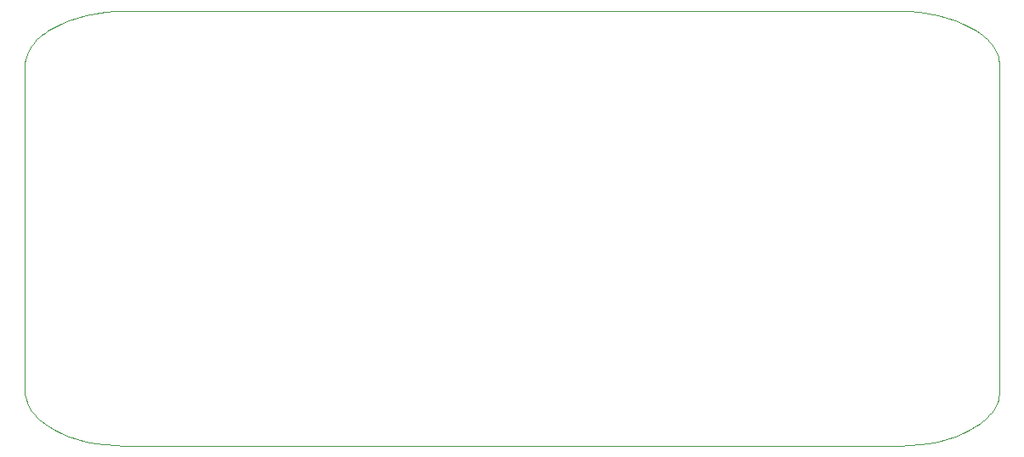
<source format=gm1>
G04 #@! TF.GenerationSoftware,KiCad,Pcbnew,5.1.5-52549c5~84~ubuntu19.10.1*
G04 #@! TF.CreationDate,2020-01-03T09:39:47-08:00*
G04 #@! TF.ProjectId,bsidessd,62736964-6573-4736-942e-6b696361645f,2*
G04 #@! TF.SameCoordinates,Original*
G04 #@! TF.FileFunction,Profile,NP*
%FSLAX46Y46*%
G04 Gerber Fmt 4.6, Leading zero omitted, Abs format (unit mm)*
G04 Created by KiCad (PCBNEW 5.1.5-52549c5~84~ubuntu19.10.1) date 2020-01-03 09:39:47*
%MOMM*%
%LPD*%
G04 APERTURE LIST*
%ADD10C,0.100000*%
G04 APERTURE END LIST*
D10*
X60000000Y-106692708D02*
X60000000Y-106692708D01*
X60000000Y-106692708D02*
X60000000Y-106692708D01*
X58974731Y-106720555D02*
X60000000Y-106692708D01*
X57979727Y-106802309D02*
X58974731Y-106720555D01*
X57019937Y-106935289D02*
X57979727Y-106802309D01*
X56100313Y-107116815D02*
X57019937Y-106935289D01*
X55225806Y-107344208D02*
X56100313Y-107116815D01*
X54401367Y-107614786D02*
X55225806Y-107344208D01*
X53631948Y-107925869D02*
X54401367Y-107614786D01*
X52922500Y-108274778D02*
X53631948Y-107925869D01*
X52277974Y-108658831D02*
X52922500Y-108274778D01*
X51981603Y-108863200D02*
X52277974Y-108658831D01*
X51703320Y-109075349D02*
X51981603Y-108863200D01*
X51443743Y-109294945D02*
X51703320Y-109075349D01*
X51203491Y-109521652D02*
X51443743Y-109294945D01*
X50983183Y-109755135D02*
X51203491Y-109521652D01*
X50783437Y-109995058D02*
X50983183Y-109755135D01*
X50604874Y-110241088D02*
X50783437Y-109995058D01*
X50448110Y-110492889D02*
X50604874Y-110241088D01*
X50313766Y-110750125D02*
X50448110Y-110492889D01*
X50202461Y-111012463D02*
X50313766Y-110750125D01*
X50114813Y-111279566D02*
X50202461Y-111012463D01*
X50051440Y-111551100D02*
X50114813Y-111279566D01*
X50012963Y-111826729D02*
X50051440Y-111551100D01*
X50000000Y-112106120D02*
X50012963Y-111826729D01*
X50000000Y-144586588D02*
X50000000Y-112106120D01*
X50012963Y-144865979D02*
X50000000Y-144586588D01*
X50051440Y-145141609D02*
X50012963Y-144865979D01*
X50114813Y-145413142D02*
X50051440Y-145141609D01*
X50202461Y-145680246D02*
X50114813Y-145413142D01*
X50313766Y-145942583D02*
X50202461Y-145680246D01*
X50448110Y-146199819D02*
X50313766Y-145942583D01*
X50604874Y-146451620D02*
X50448110Y-146199819D01*
X50783437Y-146697650D02*
X50604874Y-146451620D01*
X50983183Y-146937574D02*
X50783437Y-146697650D01*
X51203491Y-147171056D02*
X50983183Y-146937574D01*
X51443743Y-147397763D02*
X51203491Y-147171056D01*
X51703320Y-147617359D02*
X51443743Y-147397763D01*
X51981603Y-147829508D02*
X51703320Y-147617359D01*
X52277974Y-148033877D02*
X51981603Y-147829508D01*
X52922500Y-148417930D02*
X52277974Y-148033877D01*
X53631948Y-148766839D02*
X52922500Y-148417930D01*
X54401367Y-149077923D02*
X53631948Y-148766839D01*
X55225806Y-149348501D02*
X54401367Y-149077923D01*
X56100313Y-149575893D02*
X55225806Y-149348501D01*
X57019937Y-149757419D02*
X56100313Y-149575893D01*
X57979727Y-149890400D02*
X57019937Y-149757419D01*
X58974731Y-149972153D02*
X57979727Y-149890400D01*
X60000000Y-150000000D02*
X58974731Y-149972153D01*
X137000000Y-150000000D02*
X60000000Y-150000000D01*
X138025270Y-149972150D02*
X137000000Y-150000000D01*
X139020274Y-149890400D02*
X138025270Y-149972150D01*
X139980064Y-149757419D02*
X139020274Y-149890400D01*
X140899688Y-149575893D02*
X139980064Y-149757419D01*
X141774195Y-149348501D02*
X140899688Y-149575893D01*
X142598634Y-149077923D02*
X141774195Y-149348501D01*
X143368053Y-148766839D02*
X142598634Y-149077923D01*
X144077501Y-148417930D02*
X143368053Y-148766839D01*
X144722027Y-148033877D02*
X144077501Y-148417930D01*
X145018398Y-147829508D02*
X144722027Y-148033877D01*
X145296681Y-147617359D02*
X145018398Y-147829508D01*
X145556258Y-147397763D02*
X145296681Y-147617359D01*
X145796510Y-147171056D02*
X145556258Y-147397763D01*
X146016818Y-146937574D02*
X145796510Y-147171056D01*
X146216563Y-146697650D02*
X146016818Y-146937574D01*
X146395127Y-146451620D02*
X146216563Y-146697650D01*
X146551891Y-146199819D02*
X146395127Y-146451620D01*
X146686235Y-145942583D02*
X146551891Y-146199819D01*
X146797540Y-145680246D02*
X146686235Y-145942583D01*
X146885190Y-145413142D02*
X146797540Y-145680246D01*
X146948560Y-145141609D02*
X146885190Y-145413142D01*
X146987040Y-144865979D02*
X146948560Y-145141609D01*
X147000000Y-144586588D02*
X146987040Y-144865979D01*
X147000000Y-112106120D02*
X147000000Y-144586588D01*
X146987039Y-111826728D02*
X147000000Y-112106120D01*
X146948559Y-111551099D02*
X146987039Y-111826728D01*
X146885189Y-111279565D02*
X146948559Y-111551099D01*
X146797539Y-111012462D02*
X146885189Y-111279565D01*
X146686234Y-110750124D02*
X146797539Y-111012462D01*
X146551890Y-110492888D02*
X146686234Y-110750124D01*
X146395126Y-110241087D02*
X146551890Y-110492888D01*
X146216562Y-109995057D02*
X146395126Y-110241087D01*
X146016817Y-109755134D02*
X146216562Y-109995057D01*
X145796509Y-109521651D02*
X146016817Y-109755134D01*
X145556257Y-109294944D02*
X145796509Y-109521651D01*
X145296680Y-109075348D02*
X145556257Y-109294944D01*
X145018397Y-108863199D02*
X145296680Y-109075348D01*
X144722026Y-108658830D02*
X145018397Y-108863199D01*
X144077500Y-108274777D02*
X144722026Y-108658830D01*
X143368052Y-107925868D02*
X144077500Y-108274777D01*
X142598633Y-107614785D02*
X143368052Y-107925868D01*
X141774194Y-107344207D02*
X142598633Y-107614785D01*
X140899687Y-107116814D02*
X141774194Y-107344207D01*
X139980063Y-106935288D02*
X140899687Y-107116814D01*
X139020273Y-106802308D02*
X139980063Y-106935288D01*
X138025269Y-106720558D02*
X139020273Y-106802308D01*
X137000000Y-106692708D02*
X138025269Y-106720558D01*
X60000000Y-106692708D02*
X137000000Y-106692708D01*
M02*

</source>
